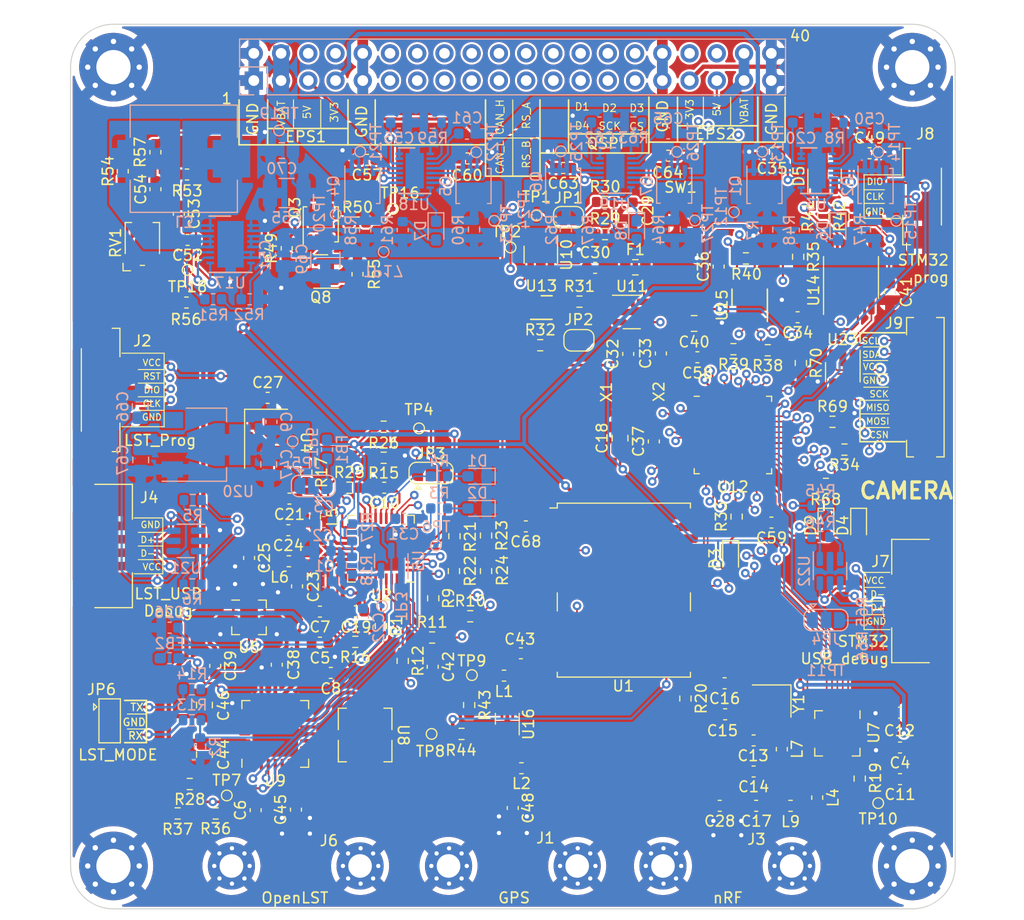
<source format=kicad_pcb>
(kicad_pcb (version 20211014) (generator pcbnew)

  (general
    (thickness 0.986)
  )

  (paper "A4")
  (layers
    (0 "F.Cu" power)
    (1 "In1.Cu" mixed)
    (2 "In2.Cu" mixed)
    (31 "B.Cu" power)
    (32 "B.Adhes" user "B.Adhesive")
    (33 "F.Adhes" user "F.Adhesive")
    (34 "B.Paste" user)
    (35 "F.Paste" user)
    (36 "B.SilkS" user "B.Silkscreen")
    (37 "F.SilkS" user "F.Silkscreen")
    (38 "B.Mask" user)
    (39 "F.Mask" user)
    (40 "Dwgs.User" user "User.Drawings")
    (41 "Cmts.User" user "User.Comments")
    (42 "Eco1.User" user "User.Eco1")
    (43 "Eco2.User" user "User.Eco2")
    (44 "Edge.Cuts" user)
    (45 "Margin" user)
    (46 "B.CrtYd" user "B.Courtyard")
    (47 "F.CrtYd" user "F.Courtyard")
    (48 "B.Fab" user)
    (49 "F.Fab" user)
    (50 "User.1" user)
    (51 "User.2" user)
    (52 "User.3" user)
    (53 "User.4" user)
    (54 "User.5" user)
    (55 "User.6" user)
    (56 "User.7" user)
    (57 "User.8" user)
    (58 "User.9" user)
  )

  (setup
    (stackup
      (layer "F.SilkS" (type "Top Silk Screen"))
      (layer "F.Paste" (type "Top Solder Paste"))
      (layer "F.Mask" (type "Top Solder Mask") (thickness 0.01))
      (layer "F.Cu" (type "copper") (thickness 0.018))
      (layer "dielectric 1" (type "core") (thickness 0.175) (material "FR4") (epsilon_r 4.5) (loss_tangent 0.02))
      (layer "In1.Cu" (type "copper") (thickness 0.035))
      (layer "dielectric 2" (type "prepreg") (thickness 0.51) (material "FR4") (epsilon_r 4.5) (loss_tangent 0.02))
      (layer "In2.Cu" (type "copper") (thickness 0.035))
      (layer "dielectric 3" (type "core") (thickness 0.175) (material "FR4") (epsilon_r 4.5) (loss_tangent 0.02))
      (layer "B.Cu" (type "copper") (thickness 0.018))
      (layer "B.Mask" (type "Bottom Solder Mask") (thickness 0.01))
      (layer "B.Paste" (type "Bottom Solder Paste"))
      (layer "B.SilkS" (type "Bottom Silk Screen"))
      (copper_finish "None")
      (dielectric_constraints no)
    )
    (pad_to_mask_clearance 0)
    (pcbplotparams
      (layerselection 0x00010fc_ffffffff)
      (disableapertmacros false)
      (usegerberextensions false)
      (usegerberattributes true)
      (usegerberadvancedattributes true)
      (creategerberjobfile true)
      (svguseinch false)
      (svgprecision 6)
      (excludeedgelayer true)
      (plotframeref false)
      (viasonmask false)
      (mode 1)
      (useauxorigin false)
      (hpglpennumber 1)
      (hpglpenspeed 20)
      (hpglpendiameter 15.000000)
      (dxfpolygonmode true)
      (dxfimperialunits true)
      (dxfusepcbnewfont true)
      (psnegative false)
      (psa4output false)
      (plotreference true)
      (plotvalue true)
      (plotinvisibletext false)
      (sketchpadsonfab false)
      (subtractmaskfromsilk false)
      (outputformat 1)
      (mirror false)
      (drillshape 1)
      (scaleselection 1)
      (outputdirectory "")
    )
  )

  (net 0 "")
  (net 1 "Net-(C1-Pad1)")
  (net 2 "GND")
  (net 3 "+3V3")
  (net 4 "/OpenLST (Beacon)/PA_VAPC")
  (net 5 "+3V8")
  (net 6 "/OpenLST (Beacon)/VDD_USB_LST")
  (net 7 "Net-(C12-Pad1)")
  (net 8 "Net-(C13-Pad2)")
  (net 9 "Net-(C15-Pad1)")
  (net 10 "Net-(C16-Pad1)")
  (net 11 "Net-(C17-Pad1)")
  (net 12 "Net-(C17-Pad2)")
  (net 13 "/MCU/MCU_POWER")
  (net 14 "Net-(C19-Pad1)")
  (net 15 "/3V3 power share/VCC_EN")
  (net 16 "Net-(C21-Pad2)")
  (net 17 "Net-(C22-Pad1)")
  (net 18 "Net-(C23-Pad2)")
  (net 19 "Net-(C24-Pad1)")
  (net 20 "Net-(C24-Pad2)")
  (net 21 "Net-(C25-Pad2)")
  (net 22 "Net-(C26-Pad1)")
  (net 23 "Net-(C29-Pad1)")
  (net 24 "/3V3 power share/EPS#1")
  (net 25 "Net-(C35-Pad2)")
  (net 26 "Net-(C38-Pad1)")
  (net 27 "Net-(C38-Pad2)")
  (net 28 "Net-(C39-Pad1)")
  (net 29 "Net-(C39-Pad2)")
  (net 30 "/MCU/VREF")
  (net 31 "Net-(C42-Pad1)")
  (net 32 "Net-(C43-Pad1)")
  (net 33 "Net-(C43-Pad2)")
  (net 34 "Net-(C45-Pad1)")
  (net 35 "Net-(C45-Pad2)")
  (net 36 "Net-(C48-Pad1)")
  (net 37 "Net-(C48-Pad2)")
  (net 38 "Net-(C49-Pad1)")
  (net 39 "/3V3 power share/EPS#2")
  (net 40 "Net-(C50-Pad1)")
  (net 41 "VIN")
  (net 42 "Net-(C52-Pad1)")
  (net 43 "Net-(C52-Pad2)")
  (net 44 "Net-(C53-Pad1)")
  (net 45 "Net-(C54-Pad1)")
  (net 46 "/Power Convertor/VBAT1/VCC_EN")
  (net 47 "/Power Convertor/EPS#1_VBAT")
  (net 48 "Net-(C57-Pad2)")
  (net 49 "Net-(C60-Pad1)")
  (net 50 "/Power Convertor/EPS#2_VBAT")
  (net 51 "Net-(C61-Pad1)")
  (net 52 "/5V power share/VCC_EN")
  (net 53 "/5V power share/EPS#1")
  (net 54 "Net-(C63-Pad2)")
  (net 55 "Net-(C64-Pad1)")
  (net 56 "/5V power share/EPS#2")
  (net 57 "Net-(C65-Pad1)")
  (net 58 "/OpenLST (Beacon)/USB_POWER_LST")
  (net 59 "Net-(D1-Pad2)")
  (net 60 "Net-(D2-Pad2)")
  (net 61 "Net-(D3-Pad1)")
  (net 62 "Net-(D4-Pad1)")
  (net 63 "/MCU/CAN_L")
  (net 64 "/MCU/CAN_H")
  (net 65 "Net-(D6-Pad1)")
  (net 66 "Net-(D6-Pad2)")
  (net 67 "Net-(D7-Pad1)")
  (net 68 "Net-(D7-Pad2)")
  (net 69 "Net-(D8-Pad1)")
  (net 70 "Net-(D8-Pad2)")
  (net 71 "Net-(D9-Pad1)")
  (net 72 "Net-(F1-Pad2)")
  (net 73 "Net-(FB1-Pad1)")
  (net 74 "/OpenLST (Beacon)/PROG_DD")
  (net 75 "/OpenLST (Beacon)/PROG_DC")
  (net 76 "/OpenLST (Beacon)/~{LST_RESET}")
  (net 77 "/MCU/USB_POWER")
  (net 78 "/MCU/SWCLK")
  (net 79 "/MCU/SWDIO")
  (net 80 "/MCU/QSPI_D1{slash}CAM_CSN")
  (net 81 "/MCU/QSPI_D2{slash}CAM_MOSI")
  (net 82 "/MCU/QSPI_D3{slash}CAM_MISO")
  (net 83 "/MCU/LED1_QSPI")
  (net 84 "+5V")
  (net 85 "/I2C_SDA")
  (net 86 "/I2C_SCL")
  (net 87 "unconnected-(J12-Pad6)")
  (net 88 "unconnected-(J12-Pad8)")
  (net 89 "unconnected-(J12-Pad11)")
  (net 90 "unconnected-(J12-Pad12)")
  (net 91 "unconnected-(J12-Pad13)")
  (net 92 "unconnected-(J12-Pad14)")
  (net 93 "unconnected-(J12-Pad15)")
  (net 94 "unconnected-(J12-Pad16)")
  (net 95 "unconnected-(J12-Pad17)")
  (net 96 "unconnected-(J12-Pad18)")
  (net 97 "/MCU/RS_485_~{B}")
  (net 98 "/MCU/RS_485_A")
  (net 99 "unconnected-(J12-Pad23)")
  (net 100 "unconnected-(J12-Pad24)")
  (net 101 "/MCU/LED1_CAM")
  (net 102 "/MCU/QSPI_SCK")
  (net 103 "/MCU/QSPI_NCS")
  (net 104 "unconnected-(J12-Pad34)")
  (net 105 "unconnected-(J12-Pad36)")
  (net 106 "Net-(JP1-Pad1)")
  (net 107 "/MCU/NRST")
  (net 108 "Net-(JP2-Pad1)")
  (net 109 "Net-(JP2-Pad2)")
  (net 110 "/OpenLST (Beacon)/RF_EN")
  (net 111 "/OpenLST (Beacon)/RF_EN_MCU")
  (net 112 "/OpenLST (Beacon)/RF_PWR_EN")
  (net 113 "Net-(JP4-Pad3)")
  (net 114 "/MCU/VDD_USB")
  (net 115 "Net-(L3-Pad1)")
  (net 116 "Net-(L3-Pad2)")
  (net 117 "Net-(L4-Pad1)")
  (net 118 "Net-(L4-Pad2)")
  (net 119 "Net-(Q1-Pad5)")
  (net 120 "Net-(Q1-Pad4)")
  (net 121 "Net-(Q2-Pad4)")
  (net 122 "Net-(Q2-Pad5)")
  (net 123 "Net-(Q3-Pad4)")
  (net 124 "Net-(Q3-Pad5)")
  (net 125 "Net-(Q4-Pad5)")
  (net 126 "Net-(Q4-Pad4)")
  (net 127 "Net-(Q5-Pad4)")
  (net 128 "Net-(Q5-Pad5)")
  (net 129 "Net-(Q6-Pad5)")
  (net 130 "Net-(Q6-Pad4)")
  (net 131 "Net-(Q7-Pad4)")
  (net 132 "Net-(Q7-Pad5)")
  (net 133 "/OpenLST (Beacon)/~{LST_RX_MODE}")
  (net 134 "/OpenLST (Beacon)/LST_TX_MODE")
  (net 135 "Net-(R3-Pad2)")
  (net 136 "Net-(R4-Pad2)")
  (net 137 "Net-(R5-Pad1)")
  (net 138 "/OpenLST (Beacon)/USB_N")
  (net 139 "/OpenLST (Beacon)/USB_P")
  (net 140 "Net-(R6-Pad2)")
  (net 141 "Net-(R8-Pad2)")
  (net 142 "Net-(R9-Pad1)")
  (net 143 "/OpenLST (Beacon)/UART0_CTS")
  (net 144 "Net-(R10-Pad1)")
  (net 145 "/OpenLST (Beacon)/UART0_RTS")
  (net 146 "Net-(R11-Pad1)")
  (net 147 "/OpenLST (Beacon)/UART0_RX")
  (net 148 "Net-(R12-Pad1)")
  (net 149 "/OpenLST (Beacon)/UART0_TX")
  (net 150 "Net-(R15-Pad2)")
  (net 151 "Net-(R16-Pad2)")
  (net 152 "Net-(R17-Pad1)")
  (net 153 "Net-(R17-Pad2)")
  (net 154 "Net-(R19-Pad2)")
  (net 155 "/OpenLST (Beacon)/AN0")
  (net 156 "/OpenLST (Beacon)/AN1")
  (net 157 "Net-(R25-Pad2)")
  (net 158 "/OpenLST (Beacon)/RF_BYP")
  (net 159 "Net-(R32-Pad1)")
  (net 160 "/MCU/LED2")
  (net 161 "/MCU/CAN_RS")
  (net 162 "/MCU/RS_485_R_EN")
  (net 163 "/MCU/RS_485_T_EN")
  (net 164 "Net-(R43-Pad2)")
  (net 165 "Net-(R44-Pad1)")
  (net 166 "Net-(R44-Pad2)")
  (net 167 "Net-(R45-Pad1)")
  (net 168 "/MCU/USB_N")
  (net 169 "/MCU/USB_P")
  (net 170 "Net-(R46-Pad2)")
  (net 171 "Net-(R51-Pad2)")
  (net 172 "Net-(R52-Pad1)")
  (net 173 "Net-(R54-Pad2)")
  (net 174 "Net-(R59-Pad2)")
  (net 175 "Net-(R63-Pad2)")
  (net 176 "unconnected-(U1-Pad1)")
  (net 177 "unconnected-(U1-Pad3)")
  (net 178 "/GPS Module/IRQ")
  (net 179 "unconnected-(U1-Pad5)")
  (net 180 "unconnected-(U1-Pad6)")
  (net 181 "/GPS Module/RESET")
  (net 182 "unconnected-(U1-Pad15)")
  (net 183 "unconnected-(U1-Pad16)")
  (net 184 "unconnected-(U1-Pad17)")
  (net 185 "/GPS Module/TXD")
  (net 186 "/GPS Module/RXD")
  (net 187 "unconnected-(U2-Pad8)")
  (net 188 "unconnected-(U2-Pad18)")
  (net 189 "unconnected-(U2-Pad20)")
  (net 190 "/MCU/NRF_CE")
  (net 191 "/MCU/NRF_SPI_CSN")
  (net 192 "/MCU/NRF_SPI_SCK")
  (net 193 "/MCU/NRF_SPI_MOSI")
  (net 194 "/MCU/NRF_SPI_MISO")
  (net 195 "/MCU/NRF_IRQ")
  (net 196 "Net-(U8-Pad2)")
  (net 197 "Net-(U8-Pad6)")
  (net 198 "unconnected-(U9-Pad14)")
  (net 199 "unconnected-(U9-Pad16)")
  (net 200 "unconnected-(U9-Pad25)")
  (net 201 "unconnected-(U10-Pad3)")
  (net 202 "/MCU/WDG_RESET")
  (net 203 "unconnected-(U11-Pad3)")
  (net 204 "unconnected-(U12-Pad1)")
  (net 205 "/MCU/LSE")
  (net 206 "/MCU/HSE")
  (net 207 "/MCU/CAN_RX")
  (net 208 "/MCU/CAN_TX")
  (net 209 "unconnected-(U13-Pad3)")
  (net 210 "/MCU/RS_485_R")
  (net 211 "/MCU/RS_485_T")
  (net 212 "unconnected-(U15-Pad7)")
  (net 213 "unconnected-(X1-Pad1)")
  (net 214 "unconnected-(U6-Pad4)")
  (net 215 "/camera/CAM_VCC")
  (net 216 "Net-(R70-Pad1)")
  (net 217 "Net-(J4-Pad2)")
  (net 218 "Net-(J4-Pad3)")
  (net 219 "Net-(J7-Pad2)")
  (net 220 "Net-(J7-Pad3)")
  (net 221 "Net-(R13-Pad2)")
  (net 222 "Net-(R14-Pad2)")

  (footprint "Capacitor_SMD:C_0805_2012Metric_Pad1.18x1.45mm_HandSolder" (layer "F.Cu") (at 143.1544 71.9044))

  (footprint "TCY_Buttons:KMT031NGJLHS" (layer "F.Cu") (at 141.8844 61.5881))

  (footprint "Resistor_SMD:R_0603_1608Metric" (layer "F.Cu") (at 98.5276 117.602))

  (footprint "Resistor_SMD:R_0603_1608Metric" (layer "F.Cu") (at 158.115 61.9252 -90))

  (footprint "Package_DFN_QFN:QFN-20-1EP_4x4mm_P0.5mm_EP2.5x2.5mm" (layer "F.Cu") (at 156.5148 110.1344 -90))

  (footprint "MountingHole:MountingHole_3.2mm_M3_Pad_Via" (layer "F.Cu") (at 163.5 122.5))

  (footprint "Resistor_SMD:R_0603_1608Metric" (layer "F.Cu") (at 120.8024 91.7448 90))

  (footprint "Capacitor_SMD:C_0603_1608Metric" (layer "F.Cu") (at 98.4905 103.8352 -90))

  (footprint "Resistor_SMD:R_0603_1608Metric" (layer "F.Cu") (at 147.9804 65.8368 180))

  (footprint "Inductor_SMD:L_0603_1608Metric" (layer "F.Cu") (at 107.7976 89.9668 -90))

  (footprint "Resistor_SMD:R_0603_1608Metric" (layer "F.Cu") (at 121.4628 110.1852))

  (footprint "MountingHole:MountingHole_3.2mm_M3_Pad_Via" (layer "F.Cu") (at 89 48))

  (footprint "Capacitor_SMD:C_0603_1608Metric" (layer "F.Cu") (at 105.41 88.2396))

  (footprint "TCY_Connector:Amphenol 10114830-11104LF 1x04 Vertical" (layer "F.Cu") (at 88.265 92.6592 -90))

  (footprint "Capacitor_SMD:C_0603_1608Metric" (layer "F.Cu") (at 127.4572 90.8304 180))

  (footprint "Capacitor_SMD:C_0603_1608Metric" (layer "F.Cu") (at 152.8064 71.3232 180))

  (footprint "Resistor_SMD:R_0603_1608Metric" (layer "F.Cu") (at 153.1112 75.5904 -90))

  (footprint "Capacitor_SMD:C_0603_1608Metric" (layer "F.Cu") (at 114.2492 87.2236 180))

  (footprint "Inductor_SMD:L_0603_1608Metric" (layer "F.Cu") (at 127.0508 113.3856))

  (footprint "RF_GPS:ublox_NEO" (layer "F.Cu") (at 136.6012 96.774))

  (footprint "Package_TO_SOT_SMD:SOT-23-6_Handsoldering" (layer "F.Cu") (at 157.0228 76.454 -90))

  (footprint "Capacitor_SMD:C_0603_1608Metric" (layer "F.Cu") (at 108.2548 98.7792 180))

  (footprint "Inductor_SMD:L_0603_1608Metric" (layer "F.Cu") (at 105.156 64.897 90))

  (footprint "Resistor_SMD:R_0603_1608Metric" (layer "F.Cu") (at 158.5976 114.3508 90))

  (footprint "Jumper:SolderJumper-2_P1.3mm_Open_RoundedPad1.0x1.5mm" (layer "F.Cu") (at 132.4108 73.4753 180))

  (footprint "Capacitor_SMD:C_0603_1608Metric" (layer "F.Cu") (at 118.7704 103.9238 90))

  (footprint "Jumper:SolderJumper-2_P1.3mm_Open_RoundedPad1.0x1.5mm" (layer "F.Cu") (at 131.4456 61.9945))

  (footprint "Inductor_SMD:L_0603_1608Metric" (layer "F.Cu") (at 95.8596 58.0136))

  (footprint "Capacitor_SMD:C_0603_1608Metric" (layer "F.Cu") (at 133.9218 66.7189))

  (footprint "Capacitor_SMD:C_0603_1608Metric" (layer "F.Cu") (at 127 102.6668 180))

  (footprint "Capacitor_SMD:C_0603_1608Metric" (layer "F.Cu") (at 148.7046 113.6904))

  (footprint "MountingHole:MountingHole_3.2mm_M3_Pad_Via" (layer "F.Cu") (at 163.5 48))

  (footprint "Resistor_SMD:R_0603_1608Metric" (layer "F.Cu") (at 111.5568 101.6 180))

  (footprint "Resistor_SMD:R_0603_1608Metric" (layer "F.Cu") (at 118.8212 97.536 -90))

  (footprint "Resistor_SMD:R_0603_1608Metric" (layer "F.Cu") (at 134.8492 60.5721))

  (footprint "Resistor_SMD:R_0603_1608Metric" (layer "F.Cu") (at 157.1752 83.6676 180))

  (footprint "Capacitor_SMD:C_0603_1608Metric" (layer "F.Cu") (at 122.0216 56.515))

  (footprint "TCY_Connector:TestPoint_Pad_D0.5mm" (layer "F.Cu") (at 122.428 104.6988))

  (footprint "Resistor_SMD:R_0603_1608Metric" (layer "F.Cu") (at 123.7488 94.996 90))

  (footprint "Resistor_SMD:R_0603_1608Metric" (layer "F.Cu") (at 115.9764 103.378 -90))

  (footprint "Capacitor_SMD:C_0603_1608Metric" (layer "F.Cu") (at 139.3952 82.9056 90))

  (footprint "Resistor_SMD:R_0603_1608Metric" (layer "F.Cu") (at 110.998 87.2236))

  (footprint "Resistor_SMD:R_0603_1608Metric" (layer "F.Cu") (at 113.9444 100.1268 90))

  (footprint "footprints:iPEX" (layer "F.Cu") (at 146.25 122.5 180))

  (footprint "Capacitor_SMD:C_0603_1608Metric" (layer "F.Cu") (at 145.542 116.8908 180))

  (footprint "Capacitor_SMD:C_0603_1608Metric" (layer "F.Cu") (at 162.3568 114.4016 180))

  (footprint "Capacitor_SMD:C_0603_1608Metric" (layer "F.Cu") (at 112.649 56.642))

  (footprint "Inductor_SMD:L_0603_1608Metric" (layer "F.Cu") (at 151.3332 111.6076 -90))

  (footprint "Capacitor_SMD:C_0603_1608Metric" (layer "F.Cu") (at 137.414 61.3849 -90))

  (footprint "Capacitor_SMD:C_0603_1608Metric" (layer "F.Cu") (at 159.517223 56.0263))

  (footprint "Resistor_SMD:R_0603_1608Metric" (layer "F.Cu") (at 142.3416 106.8832 90))

  (footprint "Resistor_SMD:R_0603_1608Metric" (layer "F.Cu") (at 120.7516 94.996 90))

  (footprint "footprints:iPEX" (layer "F.Cu") (at 106 122.5 180))

  (footprint "Capacitor_SMD:C_0603_1608Metric" (layer "F.Cu") (at 105.3084 91.186 180))

  (footprint "TCY_Connector:TestPoint_Pad_D0.5mm" (layer "F.Cu") (at 117.5004 81.6864))

  (footprint "Package_DFN_QFN:DFN-10-1EP_3x3mm_P0.5mm_EP1.55x2.48mm" (layer "F.Cu")
    (tedit 5EA4BECA) (tstamp 64263d5c-9427-4c92-a73a-afe8e63e20fb)
    (at 148.336 70.2056 90)
    (descr "10-Lead Plastic Dual Flat, No Lead Package (MF) - 3x3x0.9 mm Body [DFN] (see Microchip Packaging Specification 00000049BS.pdf)")
    (tags "DFN 0.5")
    (property "Sheetfile" "mcu_comm.kicad_sch")
    (property "Sheetname" "MCU")
    (path "/81a5172c-b171-400d-8856-41d6e486bdd1/a66e8b44-b972-4f7b-ba80-f64e58de1944")
    (attr smd)
    (fp_text reference "U15" (at 0 -2.575 90) (layer "F.SilkS")
      (effects (font (size 1 1) (thickness 0.15)))
      (tstamp af58d6aa-33e4-4da2-8ea3-2304125e31c0)
    )
    (fp_text value "MAX13430ETB+" (at 0 2.575 90) (layer "F.Fab")
      (effects (font (size 1 1) (thickness 0.15)))
      (tstamp 94937ca0-c1d9-424d-88cf-010fb503f8a5)
    )
    (fp_text user "${REFERENCE}" (at 0 0 90) (layer "F.Fab")
      (effects (font (size 0.7 0.7) (thickness 0.105)))
      (tstamp 67a55320-79e2-4952-9d6a-671cbdcfc9f7)
    )
    (fp_line (start -1.5 1.65) (end 1.5 1.65) (layer "F.SilkS") (width 0.15) (tstamp 47b3834c-8a87-4af3-9143-c88b9cd89304))
    (fp_line (start 0 -1.65) (end 1.5 -1.65) (layer "F.SilkS") (width 0.15) (tstamp adc74667-5dec-4b95-9d35-ffc7db9ad260))
    (fp_line (start -2.15 -1.85) (end -2.15 1.85) (layer "F.CrtYd") (width 0.05) (tstamp 20c401b1-c1bb-42cd-8ef2-fd89663a6cf3))
    (fp_line (start -2.15 1.85) (end 2.15 1.85) (layer "F.CrtYd") (width 0.05) (tstamp a7098063-91db-4dae-8c97-631051e8de0e))
    (fp_line (start 2.15 -1.85) (end 2.15 1.85) (layer "F.CrtYd") (width 0.05) (tstamp d1594cc0-0357-4de5-8d76-bb3a044297b2))
    (fp_line (start -2.15 -1.85) (end 2.15 -1.85) (layer "F.CrtYd") (width 0.05) (tstamp d500cfb3-be5f-4c90-8432-d0e5e29eda2a))
    (fp_line (start -1.5 -0.5) (end -0.5 -1.5) (layer "F.Fab") (width 0.15) (tstamp 4013842c-f594-4f18-a07a-785be971cdaf))
    (fp_line (start -1.5 1.5) (end -1.5 -0.5) (layer "F.Fab") (width 0.15) (tstamp 68cc97a1-6c76-411f-a28b-36162918d55d))
    (fp_line (start 1.5 1.5) (end -1.5 1.5) (layer "F.Fab") (width 0.15) (tstamp 6a2b63d3-b52c-4af8-b72e-63fe811d3d24))
    (fp_line (start 1.5 -1.5) (end 1.5 1.5) (layer "F.Fab") (width 0.15) (tstamp b6b0b082-3ad5-486d-9247-7e4db31838ef))
    (fp_line (start -0.5 -1.5) (end 1.5 -1.5) (layer "F.Fab") (width 0.15) (tstamp c40a33aa-f777-4109-9efd-12123c039897))
    (pad "" smd rect locked (at 0.3875 0.62 90) (size 0.6 1.05) (layers "F.Paste") (tstamp 13432df8-5be2-422d-b431-13bedccbff4d))
    (pad "" smd rect locked (at -0.3875 -0.62 90) (size 0.6 1.05) (layers "F.Paste") (tstamp 4be9d67c-a6f3-435e-8133-0f53bd74a878))
    (pad "" smd rect locked (at -0.3875 0.62 90) (size 0.6 1.05) (layers "F.Paste") (tstamp 5d69c2f3-acbd-4c54-bda2-b7785c2010cf))
    (pad "" smd rect locked (at 0.3875 -0.62 90) (size 0.6 1.05) (layers "F.Paste") (tstamp 
... [3681514 chars truncated]
</source>
